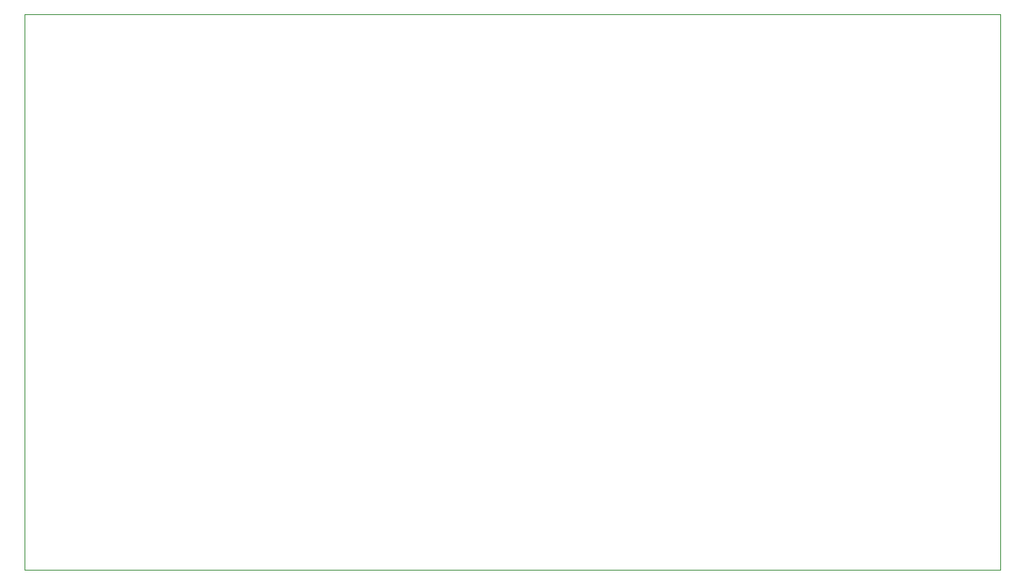
<source format=gm1>
G04*
G04 #@! TF.GenerationSoftware,Altium Limited,Altium Designer,21.2.2 (38)*
G04*
G04 Layer_Color=16711935*
%FSLAX25Y25*%
%MOIN*%
G70*
G04*
G04 #@! TF.SameCoordinates,D0C09C63-79EA-4D83-9DA0-2B2549F26A19*
G04*
G04*
G04 #@! TF.FilePolarity,Positive*
G04*
G01*
G75*
%ADD15C,0.00004*%
D15*
X157500Y438500D02*
X568500D01*
Y204000D02*
Y438500D01*
X157500Y204000D02*
X568500D01*
X157500D02*
Y438500D01*
X568500D01*
Y204000D02*
Y438500D01*
X157500Y204000D02*
X568500D01*
X157500D02*
Y438500D01*
M02*

</source>
